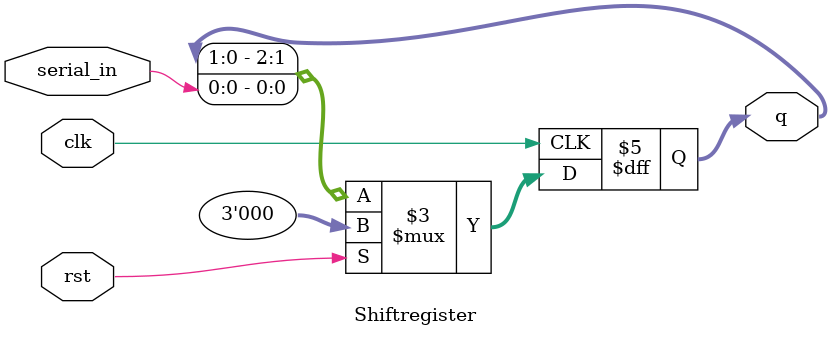
<source format=v>
module Shiftregister (
    input  wire clk,     // clock input
    input  wire rst,     // synchronous reset
    input  wire serial_in, // serial data input
    output reg  [2:0] q   // 3-bit register output
);

always @(posedge clk) begin
    if (rst)
        q <= 3'b000;          // reset all bits
    else
        q <= {q[1:0], serial_in}; // shift left
end

endmodule

</source>
